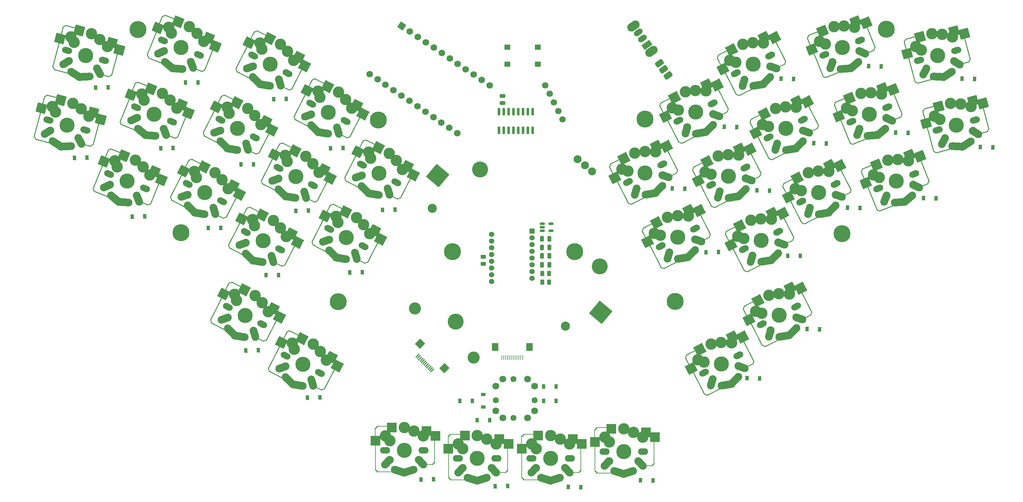
<source format=gbr>
%TF.GenerationSoftware,KiCad,Pcbnew,(6.0.4)*%
%TF.CreationDate,2022-12-04T19:47:34+01:00*%
%TF.ProjectId,BatreeqV2,42617472-6565-4715-9632-2e6b69636164,rev?*%
%TF.SameCoordinates,Original*%
%TF.FileFunction,Soldermask,Bot*%
%TF.FilePolarity,Negative*%
%FSLAX46Y46*%
G04 Gerber Fmt 4.6, Leading zero omitted, Abs format (unit mm)*
G04 Created by KiCad (PCBNEW (6.0.4)) date 2022-12-04 19:47:34*
%MOMM*%
%LPD*%
G01*
G04 APERTURE LIST*
G04 Aperture macros list*
%AMRoundRect*
0 Rectangle with rounded corners*
0 $1 Rounding radius*
0 $2 $3 $4 $5 $6 $7 $8 $9 X,Y pos of 4 corners*
0 Add a 4 corners polygon primitive as box body*
4,1,4,$2,$3,$4,$5,$6,$7,$8,$9,$2,$3,0*
0 Add four circle primitives for the rounded corners*
1,1,$1+$1,$2,$3*
1,1,$1+$1,$4,$5*
1,1,$1+$1,$6,$7*
1,1,$1+$1,$8,$9*
0 Add four rect primitives between the rounded corners*
20,1,$1+$1,$2,$3,$4,$5,0*
20,1,$1+$1,$4,$5,$6,$7,0*
20,1,$1+$1,$6,$7,$8,$9,0*
20,1,$1+$1,$8,$9,$2,$3,0*%
%AMHorizOval*
0 Thick line with rounded ends*
0 $1 width*
0 $2 $3 position (X,Y) of the first rounded end (center of the circle)*
0 $4 $5 position (X,Y) of the second rounded end (center of the circle)*
0 Add line between two ends*
20,1,$1,$2,$3,$4,$5,0*
0 Add two circle primitives to create the rounded ends*
1,1,$1,$2,$3*
1,1,$1,$4,$5*%
%AMRotRect*
0 Rectangle, with rotation*
0 The origin of the aperture is its center*
0 $1 length*
0 $2 width*
0 $3 Rotation angle, in degrees counterclockwise*
0 Add horizontal line*
21,1,$1,$2,0,0,$3*%
G04 Aperture macros list end*
%ADD10C,3.000000*%
%ADD11HorizOval,1.701800X0.482963X-0.129410X-0.482963X0.129410X0*%
%ADD12C,3.987800*%
%ADD13C,2.032000*%
%ADD14RoundRect,0.062500X-0.347636X-0.272877X0.410136X0.164623X0.347636X0.272877X-0.410136X-0.164623X0*%
%ADD15RotRect,7.000000X0.250000X75.000000*%
%ADD16RotRect,2.000000X0.250000X345.000000*%
%ADD17HorizOval,2.032000X0.753734X0.461889X-0.753734X-0.461889X0*%
%ADD18RotRect,2.550000X2.500000X345.000000*%
%ADD19RotRect,2.600000X2.600000X345.000000*%
%ADD20HorizOval,2.032000X-0.421808X0.776874X0.421808X-0.776874X0*%
%ADD21RotRect,3.000000X0.250000X165.000000*%
%ADD22RoundRect,0.062500X-0.272877X0.347636X0.164623X-0.410136X0.272877X-0.347636X-0.164623X0.410136X0*%
%ADD23HorizOval,2.032000X1.332292X0.067491X-1.332292X-0.067491X0*%
%ADD24RoundRect,0.062500X0.347636X0.272877X-0.410136X-0.164623X-0.347636X-0.272877X0.410136X0.164623X0*%
%ADD25RotRect,4.000000X0.250000X345.000000*%
%ADD26HorizOval,2.032000X-1.120053X0.724595X1.120053X-0.724595X0*%
%ADD27RotRect,7.000000X0.250000X255.000000*%
%ADD28RotRect,4.000000X0.250000X255.000000*%
%ADD29HorizOval,1.701800X0.445503X0.226995X-0.445503X-0.226995X0*%
%ADD30RotRect,2.550000X2.500000X27.000000*%
%ADD31RoundRect,0.062500X-0.075754X-0.435401X0.194636X0.396774X0.075754X0.435401X-0.194636X-0.396774X0*%
%ADD32RotRect,2.600000X2.600000X27.000000*%
%ADD33HorizOval,2.032000X-0.833295X0.295085X0.833295X-0.295085X0*%
%ADD34RotRect,7.000000X0.250000X117.000000*%
%ADD35HorizOval,2.032000X0.251070X0.847597X-0.251070X-0.847597X0*%
%ADD36RotRect,2.000000X0.250000X27.000000*%
%ADD37RotRect,7.000000X0.250000X297.000000*%
%ADD38HorizOval,2.032000X0.944925X0.941633X-0.944925X-0.941633X0*%
%ADD39RotRect,3.000000X0.250000X207.000000*%
%ADD40RoundRect,0.062500X-0.435401X0.075754X0.396774X-0.194636X0.435401X-0.075754X-0.396774X0.194636X0*%
%ADD41HorizOval,2.032000X-1.317210X-0.210983X1.317210X0.210983X0*%
%ADD42RoundRect,0.062500X0.075754X0.435401X-0.194636X-0.396774X-0.075754X-0.435401X0.194636X0.396774X0*%
%ADD43RotRect,4.000000X0.250000X27.000000*%
%ADD44RotRect,4.000000X0.250000X297.000000*%
%ADD45C,4.500000*%
%ADD46HorizOval,1.701800X0.482963X0.129410X-0.482963X-0.129410X0*%
%ADD47HorizOval,2.032000X0.421808X0.776874X-0.421808X-0.776874X0*%
%ADD48RotRect,2.600000X2.600000X15.000000*%
%ADD49RotRect,7.000000X0.250000X105.000000*%
%ADD50RotRect,2.000000X0.250000X15.000000*%
%ADD51RotRect,2.550000X2.500000X15.000000*%
%ADD52HorizOval,2.032000X-0.753734X0.461889X0.753734X-0.461889X0*%
%ADD53RoundRect,0.062500X-0.164623X-0.410136X0.272877X0.347636X0.164623X0.410136X-0.272877X-0.347636X0*%
%ADD54RotRect,4.000000X0.250000X15.000000*%
%ADD55RoundRect,0.062500X0.164623X0.410136X-0.272877X-0.347636X-0.164623X-0.410136X0.272877X0.347636X0*%
%ADD56HorizOval,2.032000X-1.332292X0.067491X1.332292X-0.067491X0*%
%ADD57RotRect,4.000000X0.250000X285.000000*%
%ADD58RotRect,3.000000X0.250000X195.000000*%
%ADD59RoundRect,0.062500X-0.410136X0.164623X0.347636X-0.272877X0.410136X-0.164623X-0.347636X0.272877X0*%
%ADD60RotRect,7.000000X0.250000X285.000000*%
%ADD61HorizOval,2.032000X1.120053X0.724595X-1.120053X-0.724595X0*%
%ADD62HorizOval,1.701800X0.445503X-0.226995X-0.445503X0.226995X0*%
%ADD63HorizOval,2.032000X0.833295X0.295085X-0.833295X-0.295085X0*%
%ADD64RotRect,7.000000X0.250000X63.000000*%
%ADD65RotRect,2.000000X0.250000X333.000000*%
%ADD66HorizOval,2.032000X-0.251070X0.847597X0.251070X-0.847597X0*%
%ADD67RoundRect,0.062500X-0.396774X-0.194636X0.435401X0.075754X0.396774X0.194636X-0.435401X-0.075754X0*%
%ADD68RotRect,2.550000X2.500000X333.000000*%
%ADD69RotRect,2.600000X2.600000X333.000000*%
%ADD70RotRect,7.000000X0.250000X243.000000*%
%ADD71RoundRect,0.062500X0.396774X0.194636X-0.435401X-0.075754X-0.396774X-0.194636X0.435401X0.075754X0*%
%ADD72RotRect,4.000000X0.250000X243.000000*%
%ADD73RotRect,3.000000X0.250000X153.000000*%
%ADD74HorizOval,2.032000X-0.944925X0.941633X0.944925X-0.941633X0*%
%ADD75HorizOval,2.032000X-1.317210X0.210983X1.317210X-0.210983X0*%
%ADD76RotRect,4.000000X0.250000X333.000000*%
%ADD77RoundRect,0.062500X-0.194636X0.396774X0.075754X-0.435401X0.194636X-0.396774X-0.075754X0.435401X0*%
%ADD78O,2.701800X1.701800*%
%ADD79HorizOval,2.032000X-0.608505X0.641231X0.608505X-0.641231X0*%
%ADD80R,0.250000X7.000000*%
%ADD81R,2.550000X2.500000*%
%ADD82R,2.600000X2.600000*%
%ADD83RoundRect,0.062500X-0.265165X-0.353553X0.353553X0.265165X0.265165X0.353553X-0.353553X-0.265165X0*%
%ADD84HorizOval,2.032000X0.608505X0.641231X-0.608505X-0.641231X0*%
%ADD85R,2.000000X0.250000*%
%ADD86R,4.000000X0.250000*%
%ADD87RoundRect,0.062500X0.265165X0.353553X-0.353553X-0.265165X-0.265165X-0.353553X0.353553X0.265165X0*%
%ADD88R,0.250000X4.000000*%
%ADD89HorizOval,2.032000X1.269427X0.410014X-1.269427X-0.410014X0*%
%ADD90RoundRect,0.062500X-0.353553X0.265165X0.265165X-0.353553X0.353553X-0.265165X-0.265165X0.353553X0*%
%ADD91R,3.000000X0.250000*%
%ADD92HorizOval,2.032000X-1.269427X0.410014X1.269427X-0.410014X0*%
%ADD93HorizOval,1.701800X0.463592X0.187303X-0.463592X-0.187303X0*%
%ADD94HorizOval,2.032000X-0.804406X0.366589X0.804406X-0.366589X0*%
%ADD95HorizOval,2.032000X0.323987X0.822489X-0.323987X-0.822489X0*%
%ADD96RotRect,7.000000X0.250000X112.000000*%
%ADD97RotRect,2.600000X2.600000X22.000000*%
%ADD98RoundRect,0.062500X-0.113413X-0.427142X0.228476X0.378300X0.113413X0.427142X-0.228476X-0.378300X0*%
%ADD99RotRect,2.000000X0.250000X22.000000*%
%ADD100RotRect,2.550000X2.500000X22.000000*%
%ADD101RotRect,4.000000X0.250000X22.000000*%
%ADD102RoundRect,0.062500X-0.427142X0.113413X0.378300X-0.228476X0.427142X-0.113413X-0.378300X0.228476X0*%
%ADD103RotRect,4.000000X0.250000X292.000000*%
%ADD104RoundRect,0.062500X0.113413X0.427142X-0.228476X-0.378300X-0.113413X-0.427142X0.228476X0.378300X0*%
%ADD105HorizOval,2.032000X-1.330586X-0.095378X1.330586X0.095378X0*%
%ADD106HorizOval,2.032000X1.023398X0.855694X-1.023398X-0.855694X0*%
%ADD107RotRect,7.000000X0.250000X292.000000*%
%ADD108RotRect,3.000000X0.250000X202.000000*%
%ADD109C,3.200000*%
%ADD110C,4.200000*%
%ADD111C,2.400000*%
%ADD112C,2.100000*%
%ADD113RotRect,4.400000X4.400000X140.000000*%
%ADD114HorizOval,1.701800X0.463592X-0.187303X-0.463592X0.187303X0*%
%ADD115RotRect,2.000000X0.250000X338.000000*%
%ADD116HorizOval,2.032000X0.804406X0.366589X-0.804406X-0.366589X0*%
%ADD117HorizOval,2.032000X-0.323987X0.822489X0.323987X-0.822489X0*%
%ADD118RotRect,7.000000X0.250000X68.000000*%
%ADD119RoundRect,0.062500X-0.378300X-0.228476X0.427142X0.113413X0.378300X0.228476X-0.427142X-0.113413X0*%
%ADD120RotRect,2.600000X2.600000X338.000000*%
%ADD121RotRect,2.550000X2.500000X338.000000*%
%ADD122RotRect,4.000000X0.250000X338.000000*%
%ADD123RotRect,4.000000X0.250000X248.000000*%
%ADD124RoundRect,0.062500X-0.228476X0.378300X0.113413X-0.427142X0.228476X-0.378300X-0.113413X0.427142X0*%
%ADD125HorizOval,2.032000X-1.023398X0.855694X1.023398X-0.855694X0*%
%ADD126RotRect,7.000000X0.250000X248.000000*%
%ADD127HorizOval,2.032000X-1.330586X0.095378X1.330586X-0.095378X0*%
%ADD128RoundRect,0.062500X0.378300X0.228476X-0.427142X-0.113413X-0.378300X-0.228476X0.427142X0.113413X0*%
%ADD129RotRect,3.000000X0.250000X158.000000*%
%ADD130C,1.600000*%
%ADD131C,1.800000*%
%ADD132RoundRect,0.375000X-0.827182X-0.137458X-0.386343X-0.744220X0.827182X0.137458X0.386343X0.744220X0*%
%ADD133C,1.700000*%
%ADD134HorizOval,1.700000X0.000000X0.000000X0.000000X0.000000X0*%
%ADD135R,1.600000X1.400000*%
%ADD136HorizOval,2.200000X0.532449X0.372825X-0.532449X-0.372825X0*%
%ADD137RotRect,1.500000X2.500000X125.000000*%
%ADD138HorizOval,1.500000X0.409576X0.286788X-0.409576X-0.286788X0*%
%ADD139RotRect,0.900000X1.200000X358.000000*%
%ADD140R,0.900000X1.200000*%
%ADD141RoundRect,0.250000X0.250000X0.475000X-0.250000X0.475000X-0.250000X-0.475000X0.250000X-0.475000X0*%
%ADD142R,0.280000X1.250000*%
%ADD143R,1.800000X2.000000*%
%ADD144RotRect,0.900000X1.200000X2.000000*%
%ADD145RoundRect,0.150000X0.150000X-0.825000X0.150000X0.825000X-0.150000X0.825000X-0.150000X-0.825000X0*%
%ADD146RotRect,0.280000X1.250000X315.000000*%
%ADD147RotRect,1.800000X2.000000X315.000000*%
%ADD148RoundRect,0.250000X0.262500X0.450000X-0.262500X0.450000X-0.262500X-0.450000X0.262500X-0.450000X0*%
%ADD149RoundRect,0.250000X-0.262500X-0.450000X0.262500X-0.450000X0.262500X0.450000X-0.262500X0.450000X0*%
%ADD150RotRect,0.900000X1.200000X1.000000*%
%ADD151RoundRect,0.250000X0.450000X-0.262500X0.450000X0.262500X-0.450000X0.262500X-0.450000X-0.262500X0*%
%ADD152RotRect,0.900000X1.200000X359.000000*%
%ADD153R,1.200000X0.900000*%
%ADD154C,1.752600*%
%ADD155RotRect,1.752600X1.752600X326.000000*%
%ADD156RoundRect,0.250000X-0.250000X-0.475000X0.250000X-0.475000X0.250000X0.475000X-0.250000X0.475000X0*%
%ADD157R,1.400000X1.400000*%
%ADD158C,1.400000*%
%ADD159RoundRect,0.150000X-0.512500X-0.150000X0.512500X-0.150000X0.512500X0.150000X-0.512500X0.150000X0*%
%ADD160RoundRect,0.250000X0.475000X-0.250000X0.475000X0.250000X-0.475000X0.250000X-0.475000X-0.250000X0*%
G04 APERTURE END LIST*
D10*
%TO.C,SW7*%
X33987410Y-58946068D03*
D11*
X27538373Y-63377271D03*
D10*
X28588379Y-59777011D03*
D11*
X37351154Y-66010699D03*
D10*
X36212503Y-60446395D03*
X38244452Y-62367771D03*
X29421474Y-61256346D03*
D12*
X32447437Y-64693327D03*
D13*
X28109859Y-66160678D03*
D14*
X39010355Y-70066348D03*
D13*
X35470214Y-68132879D03*
D15*
X40264501Y-66510160D03*
D16*
X37727334Y-70022093D03*
D17*
X27359039Y-66625626D03*
D18*
X39405176Y-61298445D03*
D19*
X41407859Y-63215404D03*
D20*
X35887969Y-68910945D03*
D21*
X28682725Y-57168507D03*
D22*
X24030284Y-68060886D03*
D19*
X30824002Y-58098436D03*
D23*
X32237817Y-70325931D03*
D24*
X26897422Y-56989666D03*
D25*
X26129466Y-68922890D03*
D26*
X29812672Y-69676116D03*
D27*
X24722257Y-64354063D03*
D18*
X25741297Y-60270245D03*
D28*
X26031505Y-59096966D03*
D13*
X30920405Y-70392289D03*
%TD*%
D29*
%TO.C,SW26*%
X224879675Y-112567049D03*
D10*
X215805491Y-114339868D03*
X223105930Y-109262094D03*
X214196513Y-113797957D03*
D12*
X220354009Y-114869279D03*
D29*
X215825251Y-117176063D03*
D10*
X217652766Y-109567790D03*
X220310247Y-109193872D03*
D13*
X218112410Y-118862139D03*
D30*
X223252998Y-107690753D03*
D31*
X228826461Y-114470762D03*
D32*
X226023977Y-107775275D03*
D33*
X225732961Y-115701415D03*
D34*
X227378918Y-110988811D03*
D13*
X224901880Y-115402731D03*
D35*
X217865554Y-119710059D03*
D36*
X227843378Y-115296382D03*
D37*
X214386070Y-119786311D03*
D38*
X223967179Y-119195383D03*
D39*
X212521195Y-111796332D03*
D13*
X223032553Y-120126217D03*
D40*
X216352183Y-123004037D03*
D41*
X221730133Y-120335215D03*
D30*
X212410756Y-116069572D03*
D42*
X211074789Y-112858027D03*
D43*
X218488972Y-122240004D03*
D44*
X211841347Y-115003468D03*
D32*
X214734719Y-111054609D03*
%TD*%
D45*
%TO.C,H10*%
X166447346Y-98056076D03*
%TD*%
D10*
%TO.C,SW34*%
X266063636Y-41426131D03*
D46*
X257296650Y-47653423D03*
D10*
X260666078Y-40591370D03*
X257867000Y-44875097D03*
D12*
X262206052Y-46338628D03*
D10*
X263343229Y-40778144D03*
X256405851Y-44010503D03*
D46*
X267111481Y-45027647D03*
D47*
X258765520Y-50556247D03*
D48*
X269227043Y-40578499D03*
D49*
X269884244Y-44003519D03*
D13*
X259183275Y-49778181D03*
D50*
X269442961Y-48313527D03*
D51*
X266534190Y-39919704D03*
D13*
X266543629Y-47805979D03*
D52*
X267294449Y-48270927D03*
D53*
X270576216Y-47710342D03*
D54*
X258849310Y-53160522D03*
D55*
X253547767Y-42442070D03*
D56*
X262415672Y-51971232D03*
D57*
X253851511Y-44700004D03*
D58*
X255183304Y-41704299D03*
D59*
X256600363Y-53463596D03*
D48*
X257502670Y-41439002D03*
D60*
X255346218Y-49907408D03*
D61*
X264840817Y-51321417D03*
D13*
X263733084Y-52037591D03*
D51*
X254186823Y-45861198D03*
%TD*%
D45*
%TO.C,H8*%
X248621075Y-39434330D03*
%TD*%
%TO.C,H9*%
X134189343Y-98056079D03*
%TD*%
D10*
%TO.C,SW21*%
X202380098Y-122425889D03*
D12*
X205081341Y-127727378D03*
D10*
X200532823Y-127197967D03*
X205037579Y-122051971D03*
X198923845Y-126656056D03*
D29*
X209607007Y-125425148D03*
X200552583Y-130034162D03*
D10*
X207833262Y-122120193D03*
D36*
X212570710Y-128154481D03*
D33*
X210460293Y-128559514D03*
D35*
X202592886Y-132568158D03*
D30*
X207980330Y-120548852D03*
D34*
X212106250Y-123846910D03*
D13*
X202839742Y-131720238D03*
D32*
X210751309Y-120633374D03*
D31*
X213553793Y-127328861D03*
D13*
X209629212Y-128260830D03*
D44*
X196568679Y-127861567D03*
D43*
X203216304Y-135098103D03*
D38*
X208694511Y-132053482D03*
D42*
X195802121Y-125716126D03*
D32*
X199462051Y-123912708D03*
D40*
X201079515Y-135862136D03*
D39*
X197248527Y-124654431D03*
D13*
X207759885Y-132984316D03*
D30*
X197138088Y-128927671D03*
D41*
X206457465Y-133193314D03*
D37*
X199113402Y-132644410D03*
%TD*%
D10*
%TO.C,SW25*%
X209724598Y-72574371D03*
D29*
X202443919Y-80488340D03*
D10*
X202424159Y-77652145D03*
X206928915Y-72506149D03*
D29*
X211498343Y-75879326D03*
D12*
X206972677Y-78181556D03*
D10*
X200815181Y-77110234D03*
X204271434Y-72880067D03*
D34*
X213997586Y-74301088D03*
D13*
X204731078Y-82174416D03*
X211520548Y-78715008D03*
D33*
X212351629Y-79013692D03*
D35*
X204484222Y-83022336D03*
D36*
X214462046Y-78608659D03*
D31*
X215445129Y-77783039D03*
D32*
X212642645Y-71087552D03*
D30*
X209871666Y-71003030D03*
D39*
X199139863Y-75108609D03*
D32*
X201353387Y-74366886D03*
D41*
X208348801Y-83647492D03*
D13*
X209651221Y-83438494D03*
D44*
X198460015Y-78315745D03*
D40*
X202970851Y-86316314D03*
D38*
X210585847Y-82507660D03*
D42*
X197693457Y-76170304D03*
D43*
X205107640Y-85552281D03*
D37*
X201004738Y-83098588D03*
D30*
X199029424Y-79381849D03*
%TD*%
D10*
%TO.C,SW4*%
X92249109Y-47594369D03*
X90661040Y-45292514D03*
D62*
X90617925Y-50971963D03*
D10*
X83850013Y-44672831D03*
D12*
X86095263Y-48663839D03*
D62*
X81567097Y-46355890D03*
D10*
X88796506Y-43362350D03*
X83342694Y-43052613D03*
D63*
X80716311Y-49495975D03*
D13*
X81547392Y-49197291D03*
D64*
X93363765Y-52066228D03*
D65*
X90151869Y-54973911D03*
D13*
X88336862Y-52656699D03*
D66*
X88583719Y-53504619D03*
D67*
X91397651Y-55283954D03*
D68*
X93606795Y-46789738D03*
D69*
X95167155Y-49081188D03*
X85878459Y-41875530D03*
D70*
X78609433Y-46725834D03*
D71*
X82268211Y-39974608D03*
D72*
X80983084Y-41855824D03*
D73*
X83977316Y-40520726D03*
D74*
X82482094Y-52989943D03*
D13*
X83416719Y-53920777D03*
D75*
X84719139Y-54129775D03*
D76*
X79035980Y-51487395D03*
D68*
X80455278Y-42943127D03*
D77*
X77161890Y-50207784D03*
%TD*%
D10*
%TO.C,SW8*%
X99198131Y-57337453D03*
X106009158Y-57957136D03*
X98690812Y-55717235D03*
D62*
X96915215Y-59020512D03*
D10*
X107597227Y-60258991D03*
D12*
X101443381Y-61328461D03*
D10*
X104144624Y-56026972D03*
D62*
X105966043Y-63636585D03*
D67*
X106745769Y-67948576D03*
D66*
X103931837Y-66169241D03*
D68*
X108954913Y-59454360D03*
D65*
X105499987Y-67638533D03*
D64*
X108711883Y-64730850D03*
D63*
X96064429Y-62160597D03*
D69*
X110515273Y-61745810D03*
D13*
X103684980Y-65321321D03*
X96895510Y-61861913D03*
D70*
X93957551Y-59390456D03*
D74*
X97830212Y-65654565D03*
D68*
X95803396Y-55607749D03*
D73*
X99325434Y-53185348D03*
D69*
X101226577Y-54540152D03*
D13*
X98764837Y-66585399D03*
D72*
X96331202Y-54520446D03*
D75*
X100067257Y-66794397D03*
D76*
X94384098Y-64152017D03*
D71*
X97616329Y-52639230D03*
D77*
X92510008Y-62872406D03*
%TD*%
D78*
%TO.C,SW22*%
X165120932Y-152589385D03*
D10*
X162580932Y-147509385D03*
X165040932Y-148839385D03*
X155043344Y-148836078D03*
D78*
X154960932Y-152585424D03*
D10*
X156230932Y-150049385D03*
D12*
X160043344Y-152586077D03*
D10*
X160043344Y-146636077D03*
D79*
X164458243Y-155769509D03*
D80*
X168064279Y-152317797D03*
D81*
X165885344Y-147506077D03*
D82*
X168315932Y-148839385D03*
D83*
X167773276Y-156077409D03*
D13*
X156233344Y-155126077D03*
D84*
X155628445Y-155769509D03*
D13*
X163853344Y-155126077D03*
D85*
X166522520Y-156366732D03*
D86*
X155035344Y-158306732D03*
D80*
X152493585Y-154257797D03*
D13*
X160043344Y-158486077D03*
D87*
X152688588Y-146581361D03*
D88*
X152397585Y-148840973D03*
D82*
X156768343Y-146636077D03*
D89*
X161298692Y-158081008D03*
D90*
X152784588Y-158017409D03*
D91*
X154459344Y-146292038D03*
D92*
X158787996Y-158081008D03*
D81*
X152420932Y-150049385D03*
%TD*%
D45*
%TO.C,H3*%
X192972150Y-111198053D03*
%TD*%
D78*
%TO.C,SW27*%
X174264934Y-150807425D03*
D10*
X181884934Y-145731386D03*
X179347346Y-144858078D03*
X184344934Y-147061386D03*
D12*
X179347346Y-150808078D03*
D78*
X184424934Y-150811386D03*
D10*
X175534934Y-148271386D03*
X174347346Y-147058079D03*
D80*
X187368281Y-150539798D03*
D83*
X187077278Y-154299410D03*
D82*
X187619934Y-147061386D03*
D13*
X175537346Y-153348078D03*
D81*
X185189346Y-145728078D03*
D85*
X185826522Y-154588733D03*
D13*
X183157346Y-153348078D03*
D79*
X183762245Y-153991510D03*
D84*
X174932447Y-153991510D03*
D90*
X172088590Y-156239410D03*
D88*
X171701587Y-147062974D03*
D89*
X180602694Y-156303009D03*
D92*
X178091998Y-156303009D03*
D80*
X171797587Y-152479798D03*
D13*
X179347346Y-156708078D03*
D91*
X173763346Y-144514039D03*
D81*
X171724934Y-148271386D03*
D86*
X174339346Y-156528733D03*
D87*
X171992590Y-144803362D03*
D82*
X176072345Y-144858078D03*
%TD*%
D10*
%TO.C,SW33*%
X244598919Y-56204776D03*
X247378019Y-56516399D03*
X241918962Y-56345656D03*
D12*
X244147871Y-61862400D03*
D93*
X239435296Y-63765700D03*
D10*
X238107178Y-60258495D03*
D93*
X248856968Y-59963370D03*
D10*
X239662803Y-60938575D03*
D13*
X241566801Y-65644698D03*
D94*
X249433828Y-63160177D03*
D95*
X241246983Y-66467877D03*
D13*
X248631942Y-62790196D03*
D96*
X251484253Y-58608961D03*
D97*
X250414546Y-55289562D03*
D98*
X252622816Y-62203823D03*
D99*
X251571516Y-62940620D03*
D100*
X247661478Y-54963855D03*
D97*
X238882434Y-57572493D03*
D101*
X241647530Y-69042529D03*
D102*
X239452282Y-69617421D03*
D103*
X235655906Y-61254152D03*
D13*
X246358050Y-67332785D03*
D104*
X235079254Y-59050065D03*
D105*
X245042371Y-67427473D03*
D106*
X247370247Y-66486951D03*
D100*
X236130232Y-62365826D03*
D107*
X237774094Y-66240582D03*
D108*
X236612689Y-58118472D03*
%TD*%
D45*
%TO.C,H6*%
X114577344Y-63386078D03*
%TD*%
D10*
%TO.C,SW16*%
X99274677Y-124432085D03*
D62*
X99231562Y-130111534D03*
D10*
X91956331Y-122192184D03*
D62*
X90180734Y-125495461D03*
D10*
X97410143Y-122501921D03*
X92463650Y-123812402D03*
D12*
X94708900Y-127803410D03*
D10*
X100862746Y-126733940D03*
D65*
X98765506Y-134113482D03*
D63*
X89329948Y-128635546D03*
D66*
X97197356Y-132644190D03*
D69*
X103780792Y-128220759D03*
D64*
X101977402Y-131205799D03*
D67*
X100011288Y-134423525D03*
D68*
X102220432Y-125929309D03*
D13*
X96950499Y-131796270D03*
X90161029Y-128336862D03*
D68*
X89068915Y-122082698D03*
D75*
X93332776Y-133269346D03*
D76*
X87649617Y-130626966D03*
D71*
X90881848Y-119114179D03*
D69*
X94492096Y-121015101D03*
D73*
X92590953Y-119660297D03*
D74*
X91095731Y-132129514D03*
D77*
X85775527Y-129347355D03*
D70*
X87223070Y-125865405D03*
D72*
X89596721Y-120995395D03*
D13*
X92030356Y-133060348D03*
%TD*%
D10*
%TO.C,SW28*%
X207326520Y-47595579D03*
X213440254Y-42991494D03*
D12*
X213484016Y-48666901D03*
D29*
X208955258Y-50973685D03*
X218009682Y-46364671D03*
D10*
X216235937Y-43059716D03*
X210782773Y-43365412D03*
X208935498Y-48137490D03*
D13*
X211242417Y-52659761D03*
D34*
X220508925Y-44786433D03*
D13*
X218031887Y-49200353D03*
D36*
X220973385Y-49094004D03*
D35*
X210995561Y-53507681D03*
D30*
X216383005Y-41488375D03*
D32*
X219153984Y-41572897D03*
D33*
X218862968Y-49499037D03*
D31*
X221956468Y-48268384D03*
D32*
X207864726Y-44852231D03*
D40*
X209482190Y-56801659D03*
D41*
X214860140Y-54132837D03*
D39*
X205651202Y-45593954D03*
D44*
X204971354Y-48801090D03*
D13*
X216162560Y-53923839D03*
D37*
X207516077Y-53583933D03*
D43*
X211618979Y-56037626D03*
D38*
X217097186Y-52993005D03*
D30*
X205540763Y-49867194D03*
D42*
X204204796Y-46655649D03*
%TD*%
D10*
%TO.C,SW5*%
X75224197Y-61601955D03*
D62*
X72941281Y-63285014D03*
D10*
X74716878Y-59981737D03*
X82035224Y-62221638D03*
X83623293Y-64523493D03*
X80170690Y-60291474D03*
D62*
X81992109Y-67901087D03*
D12*
X77469447Y-65592963D03*
D64*
X84737949Y-68995352D03*
D13*
X79711046Y-69585823D03*
D67*
X82771835Y-72213078D03*
D66*
X79957903Y-70433743D03*
D68*
X84980979Y-63718862D03*
D65*
X81526053Y-71903035D03*
D69*
X86541339Y-66010312D03*
D63*
X72090495Y-66425099D03*
D13*
X72921576Y-66126415D03*
D72*
X72357268Y-58784948D03*
D77*
X68536074Y-67136908D03*
D73*
X75351500Y-57449850D03*
D70*
X69983617Y-63654958D03*
D75*
X76093323Y-71058899D03*
D68*
X71829462Y-59872251D03*
D76*
X70410164Y-68416519D03*
D74*
X73856278Y-69919067D03*
D71*
X73642395Y-56903732D03*
D69*
X77252643Y-58804654D03*
D13*
X74790903Y-70849901D03*
%TD*%
D109*
%TO.C,SW36*%
X124286053Y-113059816D03*
D110*
X135054009Y-116549375D03*
D111*
X128867742Y-86671342D03*
D109*
X139749391Y-126035494D03*
D111*
X163952042Y-117720395D03*
D110*
X173044231Y-101976735D03*
X141423676Y-76368083D03*
D112*
X171042086Y-76927713D03*
X167211864Y-73713775D03*
X169126975Y-75320744D03*
D113*
X173263659Y-114099277D03*
X130236554Y-77998238D03*
%TD*%
D12*
%TO.C,SW15*%
X84191742Y-95186711D03*
D62*
X79663576Y-92878762D03*
X88714404Y-97494835D03*
D10*
X90345588Y-94117241D03*
X81946492Y-91195703D03*
X88757519Y-91815386D03*
X81439173Y-89575485D03*
X86892985Y-89885222D03*
D13*
X79643871Y-95720163D03*
D65*
X88248348Y-101496783D03*
D69*
X93263634Y-95604060D03*
D63*
X78812790Y-96018847D03*
D66*
X86680198Y-100027491D03*
D67*
X89494130Y-101806826D03*
D64*
X91460244Y-98589100D03*
D13*
X86433341Y-99179571D03*
D68*
X91703274Y-93312610D03*
D71*
X80364690Y-86497480D03*
D76*
X77132459Y-98010267D03*
D73*
X82073795Y-87043598D03*
D77*
X75258369Y-96730656D03*
D72*
X79079563Y-88378696D03*
D69*
X83974938Y-88398402D03*
D13*
X81513198Y-100443649D03*
D68*
X78551757Y-89465999D03*
D75*
X82815618Y-100652647D03*
D70*
X76705912Y-93248706D03*
D74*
X80578573Y-99512815D03*
%TD*%
D46*
%TO.C,SW31*%
X262222874Y-66013471D03*
D10*
X265592302Y-58951418D03*
X268269453Y-59138192D03*
X270989860Y-59786179D03*
X261332075Y-62370551D03*
D12*
X267132276Y-64698676D03*
D46*
X272037705Y-63387695D03*
D10*
X262793224Y-63235145D03*
D13*
X264109499Y-68138229D03*
D52*
X272220673Y-66630975D03*
D13*
X271469853Y-66166027D03*
D47*
X263691744Y-68916295D03*
D50*
X274369185Y-66673575D03*
D53*
X275502440Y-66070390D03*
D51*
X271460414Y-58279752D03*
D48*
X274153267Y-58938547D03*
D49*
X274810468Y-62363567D03*
D60*
X260272442Y-68267456D03*
D48*
X262428894Y-59799050D03*
D55*
X258473991Y-60802118D03*
D13*
X268659308Y-70397639D03*
D51*
X259113047Y-64221246D03*
D57*
X258777735Y-63060052D03*
D61*
X269767041Y-69681465D03*
D54*
X263775534Y-71520570D03*
D56*
X267341896Y-70331280D03*
D59*
X261526587Y-71823644D03*
D58*
X260109528Y-60064347D03*
%TD*%
D45*
%TO.C,H2*%
X104010023Y-111310117D03*
%TD*%
D29*
%TO.C,SW23*%
X226206895Y-84831932D03*
D10*
X228034410Y-77223659D03*
X224578157Y-81453826D03*
X233487574Y-76917963D03*
D29*
X235261319Y-80222918D03*
D10*
X226187135Y-81995737D03*
X230691891Y-76849741D03*
D12*
X230735653Y-82525148D03*
D31*
X239208105Y-82126631D03*
D35*
X228247198Y-87365928D03*
D36*
X238225022Y-82952251D03*
D34*
X237760562Y-78644680D03*
D32*
X236405621Y-75431144D03*
D13*
X228494054Y-86518008D03*
D30*
X233634642Y-75346622D03*
D33*
X236114605Y-83357284D03*
D13*
X235283524Y-83058600D03*
D42*
X221456433Y-80513896D03*
D40*
X226733827Y-90659906D03*
D37*
X224767714Y-87442180D03*
D44*
X222222991Y-82659337D03*
D13*
X233414197Y-87782086D03*
D38*
X234348823Y-86851252D03*
D39*
X222902839Y-79452201D03*
D32*
X225116363Y-78710478D03*
D41*
X232111777Y-87991084D03*
D30*
X222792400Y-83725441D03*
D43*
X228870616Y-89895873D03*
%TD*%
D10*
%TO.C,SW6*%
X54351450Y-77873324D03*
X45083087Y-74125095D03*
X52568804Y-75718637D03*
D114*
X53020850Y-81380231D03*
D10*
X45729686Y-75694932D03*
X50543141Y-73958322D03*
D114*
X43602146Y-77570556D03*
D12*
X48314232Y-79475066D03*
D115*
X52905360Y-85407570D03*
D13*
X43830160Y-80402862D03*
D116*
X43028274Y-80772843D03*
D117*
X51215120Y-84080543D03*
D118*
X55851612Y-82231017D03*
D13*
X50895301Y-83257365D03*
D119*
X54173424Y-85607856D03*
D120*
X57387977Y-79100160D03*
D121*
X55633841Y-76953424D03*
D122*
X41527900Y-82903135D03*
D123*
X42628148Y-73138515D03*
D121*
X42197116Y-74267681D03*
D124*
X39549417Y-81791732D03*
D13*
X46104053Y-84945451D03*
D125*
X45091856Y-84099617D03*
D126*
X40687980Y-78196869D03*
D127*
X47419732Y-85040139D03*
D128*
X43744427Y-71152451D03*
D120*
X47506613Y-72731486D03*
D129*
X45494626Y-71547532D03*
%TD*%
D10*
%TO.C,SW12*%
X123975346Y-145389387D03*
D78*
X116355346Y-150465426D03*
D10*
X116437758Y-146716080D03*
D12*
X121437758Y-150466079D03*
D10*
X126435346Y-146719387D03*
X117625346Y-147929387D03*
X121437758Y-144516079D03*
D78*
X126515346Y-150469387D03*
D13*
X125247758Y-153006079D03*
X117627758Y-153006079D03*
D79*
X125852657Y-153649511D03*
D80*
X129458693Y-150197799D03*
D84*
X117022859Y-153649511D03*
D81*
X127279758Y-145386079D03*
D83*
X129167690Y-153957411D03*
D82*
X129710346Y-146719387D03*
D85*
X127916934Y-154246734D03*
D92*
X120182410Y-155961010D03*
D13*
X121437758Y-156366079D03*
D89*
X122693106Y-155961010D03*
D81*
X113815346Y-147929387D03*
D82*
X118162757Y-144516079D03*
D91*
X115853758Y-144172040D03*
D90*
X114179002Y-155897411D03*
D86*
X116429758Y-156186734D03*
D88*
X113791999Y-146720975D03*
D80*
X113887999Y-152137799D03*
D87*
X114083002Y-144461363D03*
%TD*%
D10*
%TO.C,SW1*%
X59964735Y-40461946D03*
X66803853Y-40485651D03*
X64778190Y-38725336D03*
D12*
X62549281Y-44242080D03*
D10*
X68586499Y-42640338D03*
X59318136Y-38892109D03*
D114*
X67255899Y-46147245D03*
X57837195Y-42337570D03*
D120*
X71623026Y-43867174D03*
D118*
X70086661Y-46998031D03*
D13*
X65130350Y-48024379D03*
D116*
X57263323Y-45539857D03*
D117*
X65450169Y-48847557D03*
D119*
X68408473Y-50374870D03*
D121*
X69868890Y-41720438D03*
D115*
X67140409Y-50174584D03*
D13*
X58065209Y-45169876D03*
D121*
X56432165Y-39034695D03*
D125*
X59326905Y-48866631D03*
D127*
X61654781Y-49807153D03*
D129*
X59729675Y-36314546D03*
D126*
X54923029Y-42963883D03*
D128*
X57979476Y-35919465D03*
D122*
X55762949Y-47670149D03*
D120*
X61741662Y-37498500D03*
D13*
X60339102Y-49712465D03*
D124*
X53784466Y-46558746D03*
D123*
X56863197Y-37905529D03*
%TD*%
D10*
%TO.C,SW11*%
X85590076Y-113875837D03*
D62*
X74908064Y-112637358D03*
D10*
X77190980Y-110954299D03*
X84002007Y-111573982D03*
D12*
X79436230Y-114945307D03*
D10*
X76683661Y-109334081D03*
X82137473Y-109643818D03*
D62*
X83958892Y-117253431D03*
D63*
X74057278Y-115777443D03*
D13*
X81677829Y-118938167D03*
D68*
X86947762Y-113071206D03*
D66*
X81924686Y-119786087D03*
D65*
X83492836Y-121255379D03*
D69*
X88508122Y-115362656D03*
D13*
X74888359Y-115478759D03*
D64*
X86704732Y-118347696D03*
D67*
X84738618Y-121565422D03*
D74*
X75823061Y-119271411D03*
D13*
X76757686Y-120202245D03*
D71*
X75609178Y-106256076D03*
D69*
X79219426Y-108156998D03*
D72*
X74324051Y-108137292D03*
D73*
X77318283Y-106802194D03*
D76*
X72376947Y-117768863D03*
D70*
X71950400Y-113007302D03*
D75*
X78060106Y-120411243D03*
D77*
X70502857Y-116489252D03*
D68*
X73796245Y-109224595D03*
%TD*%
D130*
%TO.C,HAT1*%
X150262000Y-131657000D03*
D131*
X145562000Y-133557000D03*
X153962000Y-141957000D03*
D130*
X145562000Y-137257000D03*
X150262000Y-141957000D03*
D131*
X145562000Y-140057000D03*
X147462000Y-131657000D03*
X155862000Y-140057000D03*
X147462000Y-141957000D03*
D130*
X155862000Y-137257000D03*
D131*
X155862000Y-133557000D03*
X153962000Y-131657000D03*
%TD*%
D10*
%TO.C,SW19*%
X196372998Y-88692063D03*
X189072559Y-93769837D03*
X187463581Y-93227926D03*
D29*
X189092319Y-96606032D03*
D10*
X193577315Y-88623841D03*
D12*
X193621077Y-94299248D03*
D29*
X198146743Y-91997018D03*
D10*
X190919834Y-88997759D03*
D30*
X196520066Y-87120722D03*
D36*
X201110446Y-94726351D03*
D33*
X199000029Y-95131384D03*
D35*
X191132622Y-99140028D03*
D13*
X191379478Y-98292108D03*
X198168948Y-94832700D03*
D32*
X199291045Y-87205244D03*
D34*
X200645986Y-90418780D03*
D31*
X202093529Y-93900731D03*
D40*
X189619251Y-102434006D03*
D32*
X188001787Y-90484578D03*
D41*
X194997201Y-99765184D03*
D13*
X196299621Y-99556186D03*
D37*
X187653138Y-99216280D03*
D43*
X191756040Y-101669973D03*
D30*
X185677824Y-95499541D03*
D44*
X185108415Y-94433437D03*
D38*
X197234247Y-98625352D03*
D42*
X184341857Y-92287996D03*
D39*
X185788263Y-91226301D03*
%TD*%
D10*
%TO.C,SW3*%
X38897461Y-40575677D03*
X43154503Y-43997380D03*
X33498430Y-41406620D03*
X34331525Y-42885955D03*
D11*
X42261205Y-47640308D03*
X32448424Y-45006880D03*
D10*
X41122554Y-42076004D03*
D12*
X37357488Y-46322936D03*
D13*
X33019910Y-47790287D03*
D19*
X46317910Y-44845013D03*
D18*
X44315227Y-42928054D03*
D20*
X40798020Y-50540554D03*
D16*
X42637385Y-51651702D03*
D14*
X43920406Y-51695957D03*
D15*
X45174552Y-48139769D03*
D13*
X40380265Y-49762488D03*
D17*
X32269090Y-48255235D03*
D25*
X31039517Y-50552499D03*
D28*
X30941556Y-40726575D03*
D18*
X30651348Y-41899854D03*
D24*
X31807473Y-38619275D03*
D26*
X34722723Y-51305725D03*
D13*
X35830456Y-52021898D03*
D19*
X35734053Y-39728045D03*
D21*
X33592776Y-38798116D03*
D23*
X37147868Y-51955540D03*
D22*
X28940335Y-49690495D03*
D27*
X29632308Y-45983672D03*
%TD*%
D10*
%TO.C,SW10*%
X66598375Y-78531080D03*
X66091056Y-76910862D03*
X74997471Y-81452618D03*
D62*
X73366287Y-84830212D03*
D10*
X71544868Y-77220599D03*
X73409402Y-79150763D03*
D12*
X68843625Y-82522088D03*
D62*
X64315459Y-80214139D03*
D68*
X76355157Y-80647987D03*
D64*
X76112127Y-85924477D03*
D63*
X63464673Y-83354224D03*
D69*
X77915517Y-82939437D03*
D66*
X71332081Y-87362868D03*
D13*
X64295754Y-83055540D03*
D67*
X74146013Y-89142203D03*
D13*
X71085224Y-86514948D03*
D65*
X72900231Y-88832160D03*
D77*
X59910252Y-84066033D03*
D68*
X63203640Y-76801376D03*
D76*
X61784342Y-85345644D03*
D74*
X65230456Y-86848192D03*
D71*
X65016573Y-73832857D03*
D72*
X63731446Y-75714073D03*
D13*
X66165081Y-87779026D03*
D75*
X67467501Y-87988024D03*
D70*
X61357795Y-80584083D03*
D69*
X68626821Y-75733779D03*
D73*
X66725678Y-74378975D03*
%TD*%
D12*
%TO.C,SW32*%
X237030347Y-44245909D03*
D10*
X240260495Y-38899908D03*
D93*
X241739444Y-42346879D03*
X232317772Y-46149209D03*
D10*
X232545279Y-43322084D03*
X234801438Y-38729165D03*
X237481395Y-38588285D03*
X230989654Y-42642004D03*
D94*
X242316304Y-45543686D03*
D98*
X245505292Y-44587332D03*
D100*
X240543954Y-37347364D03*
D13*
X241514418Y-45173705D03*
D95*
X234129459Y-48851386D03*
D99*
X244453992Y-45324129D03*
D13*
X234449277Y-48028207D03*
D97*
X243297022Y-37673071D03*
D96*
X244366729Y-40992470D03*
D13*
X239240526Y-49716294D03*
D104*
X227961730Y-41433574D03*
D105*
X237924847Y-49810982D03*
D100*
X229012708Y-44749335D03*
D101*
X234530006Y-51426038D03*
D107*
X230656570Y-48624091D03*
D106*
X240252723Y-48870460D03*
D108*
X229495165Y-40501981D03*
D103*
X228538382Y-43637661D03*
D102*
X232334758Y-52000930D03*
D97*
X231764910Y-39956002D03*
%TD*%
D132*
%TO.C,PAD1*%
X191098000Y-51590000D03*
X189922429Y-49971966D03*
X188746858Y-48353932D03*
%TD*%
D10*
%TO.C,SW9*%
X98971405Y-77188116D03*
D62*
X88289393Y-75949637D03*
D12*
X92817559Y-78257586D03*
D10*
X90572309Y-74266578D03*
D62*
X97340221Y-80565710D03*
D10*
X90064990Y-72646360D03*
X95518802Y-72956097D03*
X97383336Y-74886261D03*
D13*
X95059158Y-82250446D03*
D63*
X87438607Y-79089722D03*
D69*
X101889451Y-78674935D03*
D66*
X95306015Y-83098366D03*
D13*
X88269688Y-78791038D03*
D67*
X98119947Y-84877701D03*
D68*
X100329091Y-76383485D03*
D64*
X100086061Y-81659975D03*
D65*
X96874165Y-84567658D03*
D13*
X90139015Y-83514524D03*
D74*
X89204390Y-82583690D03*
D70*
X85331729Y-76319581D03*
D77*
X83884186Y-79801531D03*
D71*
X88990507Y-69568355D03*
D69*
X92600755Y-71469277D03*
D75*
X91441435Y-83723522D03*
D76*
X85758276Y-81081142D03*
D68*
X87177574Y-72536874D03*
D72*
X87705380Y-71449571D03*
D73*
X90699612Y-70114473D03*
%TD*%
D62*
%TO.C,SW13*%
X110266815Y-75138206D03*
D12*
X114794981Y-77446155D03*
D10*
X119360758Y-74074830D03*
X112042412Y-71834929D03*
X112549731Y-73455147D03*
X120948827Y-76376685D03*
D62*
X119317643Y-79754279D03*
D10*
X117496224Y-72144666D03*
D69*
X123866873Y-77863504D03*
D63*
X109416029Y-78278291D03*
D66*
X117283437Y-82286935D03*
D65*
X118851587Y-83756227D03*
D68*
X122306513Y-75572054D03*
D64*
X122063483Y-80848544D03*
D13*
X117036580Y-81439015D03*
D67*
X120097369Y-84066270D03*
D13*
X110247110Y-77979607D03*
D69*
X114578177Y-70657846D03*
D71*
X110967929Y-68756924D03*
D76*
X107735698Y-80269711D03*
D68*
X109154996Y-71725443D03*
D77*
X105861608Y-78990100D03*
D13*
X112116437Y-82703093D03*
D73*
X112677034Y-69303042D03*
D70*
X107309151Y-75508150D03*
D74*
X111181812Y-81772259D03*
D75*
X113418857Y-82912091D03*
D72*
X109682802Y-70638140D03*
%TD*%
D29*
%TO.C,SW18*%
X189520925Y-75067893D03*
X180466501Y-79676907D03*
D10*
X184951497Y-71694716D03*
D12*
X184995259Y-77370123D03*
D10*
X180446741Y-76840712D03*
X187747180Y-71762938D03*
X182294016Y-72068634D03*
X178837763Y-76298801D03*
D36*
X192484628Y-77797226D03*
D34*
X192020168Y-73489655D03*
D30*
X187894248Y-70191597D03*
D32*
X190665227Y-70276119D03*
D33*
X190374211Y-78202259D03*
D35*
X182506804Y-82210903D03*
D31*
X193467711Y-76971606D03*
D13*
X182753660Y-81362983D03*
X189543130Y-77903575D03*
D37*
X179027320Y-82287155D03*
D32*
X179375969Y-73555453D03*
D40*
X180993433Y-85504881D03*
D44*
X176482597Y-77504312D03*
D30*
X177052006Y-78570416D03*
D13*
X187673803Y-82627061D03*
D43*
X183130222Y-84740848D03*
D38*
X188608429Y-81696227D03*
D39*
X177162445Y-74297176D03*
D42*
X175716039Y-75358871D03*
D41*
X186371383Y-82836059D03*
%TD*%
D45*
%TO.C,H1*%
X62507345Y-93104077D03*
%TD*%
D10*
%TO.C,SW24*%
X195645619Y-55950942D03*
D29*
X202872528Y-58950201D03*
D10*
X192189366Y-60181109D03*
X201098783Y-55645246D03*
D29*
X193818104Y-63559215D03*
D12*
X198346862Y-61252431D03*
D10*
X198303100Y-55577024D03*
X193798344Y-60723020D03*
D30*
X201245851Y-54073905D03*
D33*
X203725814Y-62084567D03*
D13*
X202894733Y-61785883D03*
X196105263Y-65245291D03*
D34*
X205371771Y-57371963D03*
D35*
X195858407Y-66093211D03*
D31*
X206819314Y-60853914D03*
D32*
X204016830Y-54158427D03*
D36*
X205836231Y-61679534D03*
D32*
X192727572Y-57437761D03*
D38*
X201960032Y-65578535D03*
D13*
X201025406Y-66509369D03*
D43*
X196481825Y-68623156D03*
D41*
X199722986Y-66718367D03*
D40*
X194345036Y-69387189D03*
D37*
X192378923Y-66169463D03*
D42*
X189067642Y-59241179D03*
D30*
X190403609Y-62452724D03*
D44*
X189834200Y-61386620D03*
D39*
X190514048Y-58179484D03*
%TD*%
D78*
%TO.C,SW17*%
X135635344Y-152582117D03*
D10*
X140717756Y-146632770D03*
X135717756Y-148832771D03*
D78*
X145795344Y-152586078D03*
D12*
X140717756Y-152582770D03*
D10*
X143255344Y-147506078D03*
X136905344Y-150046078D03*
X145715344Y-148836078D03*
D81*
X146559756Y-147502770D03*
D79*
X145132655Y-155766202D03*
D80*
X148738691Y-152314490D03*
D13*
X144527756Y-155122770D03*
X136907756Y-155122770D03*
D82*
X148990344Y-148836078D03*
D84*
X136302857Y-155766202D03*
D83*
X148447688Y-156074102D03*
D85*
X147196932Y-156363425D03*
D90*
X133459000Y-158014102D03*
D87*
X133363000Y-146578054D03*
D86*
X135709756Y-158303425D03*
D81*
X133095344Y-150046078D03*
D91*
X135133756Y-146288731D03*
D82*
X137442755Y-146632770D03*
D92*
X139462408Y-158077701D03*
D88*
X133071997Y-148837666D03*
D89*
X141973104Y-158077701D03*
D80*
X133167997Y-154254490D03*
D13*
X140717756Y-158482770D03*
%TD*%
D45*
%TO.C,H7*%
X184935343Y-63132079D03*
%TD*%
D133*
%TO.C,U5*%
X158630606Y-54183266D03*
D134*
X159783742Y-56446423D03*
X160936878Y-58709579D03*
X162090014Y-60972736D03*
X163243150Y-63235892D03*
%TD*%
D135*
%TO.C,SW35*%
X156677347Y-44118078D03*
X148677347Y-44118078D03*
X156677347Y-48618078D03*
X148677347Y-48618078D03*
%TD*%
D136*
%TO.C,SW37*%
X181949673Y-38522954D03*
X186653000Y-45240000D03*
D137*
X185448489Y-43519781D03*
D138*
X184301336Y-41881477D03*
X183154183Y-40243173D03*
%TD*%
D10*
%TO.C,SW29*%
X215952340Y-64524705D03*
D29*
X217581078Y-67902811D03*
D10*
X222066074Y-59920620D03*
X224861757Y-59988842D03*
D12*
X222109836Y-65596027D03*
D10*
X219408593Y-60294538D03*
X217561318Y-65066616D03*
D29*
X226635502Y-63293797D03*
D13*
X219868237Y-69588887D03*
X226657707Y-66129479D03*
D36*
X229599205Y-66023130D03*
D31*
X230582288Y-65197510D03*
D32*
X227779804Y-58502023D03*
D30*
X225008825Y-58417501D03*
D35*
X219621381Y-70436807D03*
D33*
X227488788Y-66428163D03*
D34*
X229134745Y-61715559D03*
D38*
X225723006Y-69922131D03*
D43*
X220244799Y-72966752D03*
D40*
X218108010Y-73730785D03*
D42*
X212830616Y-63584775D03*
D30*
X214166583Y-66796320D03*
D37*
X216141897Y-70513059D03*
D39*
X214277022Y-62523080D03*
D13*
X224788380Y-70852965D03*
D32*
X216490546Y-61781357D03*
D41*
X223485960Y-71061963D03*
D44*
X213597174Y-65730216D03*
%TD*%
D93*
%TO.C,SW30*%
X246552821Y-81382195D03*
D10*
X254495544Y-74132894D03*
D12*
X251265396Y-79478895D03*
D10*
X249036487Y-73962151D03*
X246780328Y-78555070D03*
X251716444Y-73821271D03*
D93*
X255974493Y-77579865D03*
D10*
X245224703Y-77874990D03*
D13*
X248684326Y-83261193D03*
D100*
X254779003Y-72580350D03*
D97*
X257532071Y-72906057D03*
D94*
X256551353Y-80776672D03*
D95*
X248364508Y-84084372D03*
D98*
X259740341Y-79820318D03*
D13*
X255749467Y-80406691D03*
D99*
X258689041Y-80557115D03*
D96*
X258601778Y-76225456D03*
D104*
X242196779Y-76666560D03*
D103*
X242773431Y-78870647D03*
D107*
X244891619Y-83857077D03*
D13*
X253475575Y-84949280D03*
D106*
X254487772Y-84103446D03*
D100*
X243247757Y-79982321D03*
D105*
X252159896Y-85043968D03*
D108*
X243730214Y-75734967D03*
D101*
X248765055Y-86659024D03*
D102*
X246569807Y-87233916D03*
D97*
X245999959Y-75188988D03*
%TD*%
D10*
%TO.C,SW2*%
X61469264Y-60257239D03*
X57660955Y-56342237D03*
X52200901Y-56509010D03*
X59686618Y-58102552D03*
D114*
X50719960Y-59954471D03*
D10*
X52847500Y-58078847D03*
D12*
X55432046Y-61858981D03*
D114*
X60138664Y-63764146D03*
D119*
X61291238Y-67991771D03*
D120*
X64505791Y-61484075D03*
D116*
X50146088Y-63156758D03*
D117*
X58332934Y-66464458D03*
D13*
X58013115Y-65641280D03*
D121*
X62751655Y-59337339D03*
D115*
X60023174Y-67791485D03*
D13*
X50947974Y-62786777D03*
D118*
X62969426Y-64614932D03*
D126*
X47805794Y-60580784D03*
D125*
X52209670Y-66483532D03*
D129*
X52612440Y-53931447D03*
D124*
X46667231Y-64175647D03*
D128*
X50862241Y-53536366D03*
D122*
X48645714Y-65287050D03*
D13*
X53221867Y-67329366D03*
D127*
X54537546Y-67424054D03*
D123*
X49745962Y-55522430D03*
D120*
X54624427Y-55115401D03*
D121*
X49314930Y-56651596D03*
%TD*%
D45*
%TO.C,H5*%
X51170667Y-39497354D03*
%TD*%
D29*
%TO.C,SW20*%
X211069739Y-97417466D03*
D10*
X215554735Y-89435275D03*
D29*
X220124163Y-92808452D03*
D10*
X211049979Y-94581271D03*
X218350418Y-89503497D03*
X212897254Y-89809193D03*
X209441001Y-94039360D03*
D12*
X215598497Y-95110682D03*
D34*
X222623406Y-91230214D03*
D35*
X213110042Y-99951462D03*
D32*
X221268465Y-88016678D03*
D13*
X220146368Y-95644134D03*
D30*
X218497486Y-87932156D03*
D33*
X220977449Y-95942818D03*
D36*
X223087866Y-95537785D03*
D31*
X224070949Y-94712165D03*
D13*
X213356898Y-99103542D03*
D43*
X213733460Y-102481407D03*
D38*
X219211667Y-99436786D03*
D37*
X209630558Y-100027714D03*
D40*
X211596671Y-103245440D03*
D41*
X216974621Y-100576618D03*
D44*
X207085835Y-95244871D03*
D13*
X218277041Y-100367620D03*
D32*
X209979207Y-91296012D03*
D42*
X206319277Y-93099430D03*
D30*
X207655244Y-96310975D03*
D39*
X207765683Y-92037735D03*
%TD*%
D10*
%TO.C,SW14*%
X110734937Y-91003952D03*
D62*
X101640994Y-92067328D03*
X110691822Y-96683401D03*
D12*
X106169160Y-94375277D03*
D10*
X112323006Y-93305807D03*
X103923910Y-90384269D03*
X108870403Y-89073788D03*
X103416591Y-88764051D03*
D13*
X108410759Y-98368137D03*
D67*
X111471548Y-100995392D03*
D64*
X113437662Y-97777666D03*
D63*
X100790208Y-95207413D03*
D13*
X101621289Y-94908729D03*
D66*
X108657616Y-99216057D03*
D65*
X110225766Y-100685349D03*
D69*
X115241052Y-94792626D03*
D68*
X113680692Y-92501176D03*
D70*
X98683330Y-92437272D03*
D74*
X102555991Y-98701381D03*
D71*
X102342108Y-85686046D03*
D76*
X99109877Y-97198833D03*
D69*
X105952356Y-87586968D03*
D13*
X103490616Y-99632215D03*
D77*
X97235787Y-95919222D03*
D73*
X104051213Y-86232164D03*
D68*
X100529175Y-88654565D03*
D75*
X104793036Y-99841213D03*
D72*
X101056981Y-87567262D03*
%TD*%
D45*
%TO.C,H4*%
X236965997Y-93358077D03*
%TD*%
D139*
%TO.C,D29*%
X229514351Y-69424494D03*
X232812341Y-69539662D03*
%TD*%
D140*
%TO.C,D39*%
X158206000Y-133632000D03*
X161506000Y-133632000D03*
%TD*%
D141*
%TO.C,C4*%
X159731275Y-94694077D03*
X157831275Y-94694077D03*
%TD*%
D140*
%TO.C,D15*%
X84987344Y-104280078D03*
X88287344Y-104280078D03*
%TD*%
D142*
%TO.C,J2*%
X147200000Y-125986000D03*
X147700000Y-125986000D03*
X148200000Y-125986000D03*
X148700000Y-125986000D03*
X149200000Y-125986000D03*
X149700000Y-125986000D03*
X150200000Y-125986000D03*
X150700000Y-125986000D03*
X151200000Y-125986000D03*
X151700000Y-125986000D03*
X152200000Y-125986000D03*
X152700000Y-125986000D03*
D143*
X154500000Y-123262000D03*
X145400000Y-123262000D03*
%TD*%
D144*
%TO.C,D3*%
X40030349Y-54807663D03*
X43328339Y-54692495D03*
%TD*%
D139*
%TO.C,D23*%
X238404351Y-86442493D03*
X241702341Y-86557661D03*
%TD*%
D145*
%TO.C,U2*%
X155344347Y-66115078D03*
X154074347Y-66115078D03*
X152804347Y-66115078D03*
X151534347Y-66115078D03*
X150264347Y-66115078D03*
X148994347Y-66115078D03*
X147724347Y-66115078D03*
X146454347Y-66115078D03*
X146454347Y-61165078D03*
X147724347Y-61165078D03*
X148994347Y-61165078D03*
X150264347Y-61165078D03*
X151534347Y-61165078D03*
X152804347Y-61165078D03*
X154074347Y-61165078D03*
X155344347Y-61165078D03*
%TD*%
D140*
%TO.C,D37*%
X140680000Y-142522000D03*
X143980000Y-142522000D03*
%TD*%
%TO.C,D10*%
X69747345Y-91834079D03*
X73047345Y-91834079D03*
%TD*%
D144*
%TO.C,D9*%
X92862349Y-87319663D03*
X96160339Y-87204495D03*
%TD*%
D146*
%TO.C,J1*%
X124944377Y-125538536D03*
X125297930Y-125892089D03*
X125651484Y-126245643D03*
X126005037Y-126599196D03*
X126358590Y-126952749D03*
X126712144Y-127306303D03*
X127065697Y-127659856D03*
X127419251Y-128013410D03*
X127772804Y-128366963D03*
X128126357Y-128720516D03*
X128479911Y-129074070D03*
X128833464Y-129427623D03*
D147*
X132032415Y-128774256D03*
X125597744Y-122339585D03*
%TD*%
D139*
%TO.C,D22*%
X164744351Y-160102494D03*
X168042341Y-160217662D03*
%TD*%
D148*
%TO.C,R1*%
X159693773Y-106124078D03*
X157868773Y-106124078D03*
%TD*%
D149*
%TO.C,R2*%
X157868776Y-103838079D03*
X159693776Y-103838079D03*
%TD*%
D150*
%TO.C,D19*%
X201065594Y-98212874D03*
X204365092Y-98155282D03*
%TD*%
D139*
%TO.C,D21*%
X211937336Y-131407167D03*
X215235326Y-131522335D03*
%TD*%
%TO.C,D27*%
X183794348Y-158324495D03*
X187092338Y-158439663D03*
%TD*%
D151*
%TO.C,R3*%
X142330000Y-101270500D03*
X142330000Y-99445500D03*
%TD*%
D140*
%TO.C,D38*%
X158206000Y-137442000D03*
X161506000Y-137442000D03*
%TD*%
D144*
%TO.C,D16*%
X95910350Y-136595663D03*
X99208340Y-136480495D03*
%TD*%
D139*
%TO.C,D24*%
X205892350Y-65106492D03*
X209190340Y-65221660D03*
%TD*%
D144*
%TO.C,D17*%
X145440350Y-159963662D03*
X148738340Y-159848494D03*
%TD*%
D139*
%TO.C,D30*%
X258470351Y-83902495D03*
X261768341Y-84017663D03*
%TD*%
D144*
%TO.C,D7*%
X34442351Y-73349662D03*
X37740341Y-73234494D03*
%TD*%
D152*
%TO.C,D25*%
X214527595Y-81899282D03*
X217827093Y-81956874D03*
%TD*%
D153*
%TO.C,D35*%
X142330000Y-135792000D03*
X142330000Y-139092000D03*
%TD*%
D140*
%TO.C,D20*%
X222655344Y-99200079D03*
X225955344Y-99200079D03*
%TD*%
D144*
%TO.C,D6*%
X49682351Y-88843661D03*
X52980341Y-88728493D03*
%TD*%
%TO.C,D14*%
X107086349Y-103575663D03*
X110384339Y-103460495D03*
%TD*%
D154*
%TO.C,U1*%
X112296953Y-51229381D03*
X114402708Y-52649731D03*
X116508463Y-54070081D03*
X118614219Y-55490431D03*
X120719974Y-56910781D03*
X122825730Y-58331131D03*
X124931485Y-59751481D03*
X127037241Y-61171831D03*
X129142996Y-62592181D03*
X131248751Y-64012531D03*
X133354507Y-65432881D03*
X135460262Y-66853231D03*
X143982362Y-54218698D03*
X141876607Y-52798348D03*
X139770851Y-51377998D03*
X137665096Y-49957648D03*
X135559340Y-48537298D03*
X133453585Y-47116948D03*
X131347830Y-45696598D03*
X129242074Y-44276248D03*
X127136319Y-42855898D03*
X125030563Y-41435548D03*
X122924808Y-40015198D03*
D155*
X120819052Y-38594848D03*
%TD*%
D139*
%TO.C,D34*%
X268630351Y-52406494D03*
X271928341Y-52521662D03*
%TD*%
D140*
%TO.C,D5*%
X78383344Y-75070078D03*
X81683344Y-75070078D03*
%TD*%
D156*
%TO.C,C3*%
X157831276Y-96980079D03*
X159731276Y-96980079D03*
%TD*%
D144*
%TO.C,D2*%
X57169087Y-70809662D03*
X60467077Y-70694494D03*
%TD*%
D139*
%TO.C,D18*%
X192176352Y-81362494D03*
X195474342Y-81477662D03*
%TD*%
D144*
%TO.C,D12*%
X125882351Y-158185662D03*
X129180341Y-158070494D03*
%TD*%
D140*
%TO.C,D1*%
X63718000Y-53495000D03*
X67018000Y-53495000D03*
%TD*%
D157*
%TO.C,U4*%
X155193347Y-92642077D03*
D158*
X155193347Y-94422077D03*
X155193347Y-96202077D03*
X155193347Y-97982077D03*
X155193347Y-99762077D03*
X155193347Y-101542077D03*
X155193347Y-103322077D03*
X155193347Y-105102077D03*
X144493347Y-105992077D03*
X144493347Y-104212077D03*
X144493347Y-102432077D03*
X144493347Y-100652077D03*
X144493347Y-98872077D03*
X144493347Y-97092077D03*
X144493347Y-95312077D03*
X144493347Y-93532077D03*
%TD*%
D139*
%TO.C,D32*%
X243992349Y-49104494D03*
X247290339Y-49219662D03*
%TD*%
D144*
%TO.C,D4*%
X87020351Y-57855661D03*
X90318341Y-57740493D03*
%TD*%
D139*
%TO.C,D28*%
X220878350Y-52406495D03*
X224176340Y-52521663D03*
%TD*%
%TO.C,D26*%
X227736350Y-118446495D03*
X231034340Y-118561663D03*
%TD*%
D159*
%TO.C,U3*%
X157897773Y-92596077D03*
X157897773Y-91646077D03*
X157897773Y-90696077D03*
X160172773Y-90696077D03*
X160172773Y-92596077D03*
%TD*%
D139*
%TO.C,D31*%
X273456351Y-70440495D03*
X276754341Y-70555663D03*
%TD*%
D144*
%TO.C,D13*%
X115722347Y-87065661D03*
X119020337Y-86950493D03*
%TD*%
D160*
%TO.C,C5*%
X147410000Y-58890000D03*
X147410000Y-56990000D03*
%TD*%
D156*
%TO.C,C1*%
X157831275Y-101552078D03*
X159731275Y-101552078D03*
%TD*%
D144*
%TO.C,D8*%
X102006349Y-70809662D03*
X105304339Y-70694494D03*
%TD*%
D156*
%TO.C,C2*%
X157831274Y-99185257D03*
X159731274Y-99185257D03*
%TD*%
D144*
%TO.C,D11*%
X79654352Y-124149661D03*
X82952342Y-124034493D03*
%TD*%
D140*
%TO.C,D36*%
X139408000Y-137442000D03*
X136108000Y-137442000D03*
%TD*%
D139*
%TO.C,D33*%
X251104348Y-66630495D03*
X254402338Y-66745663D03*
%TD*%
M02*

</source>
